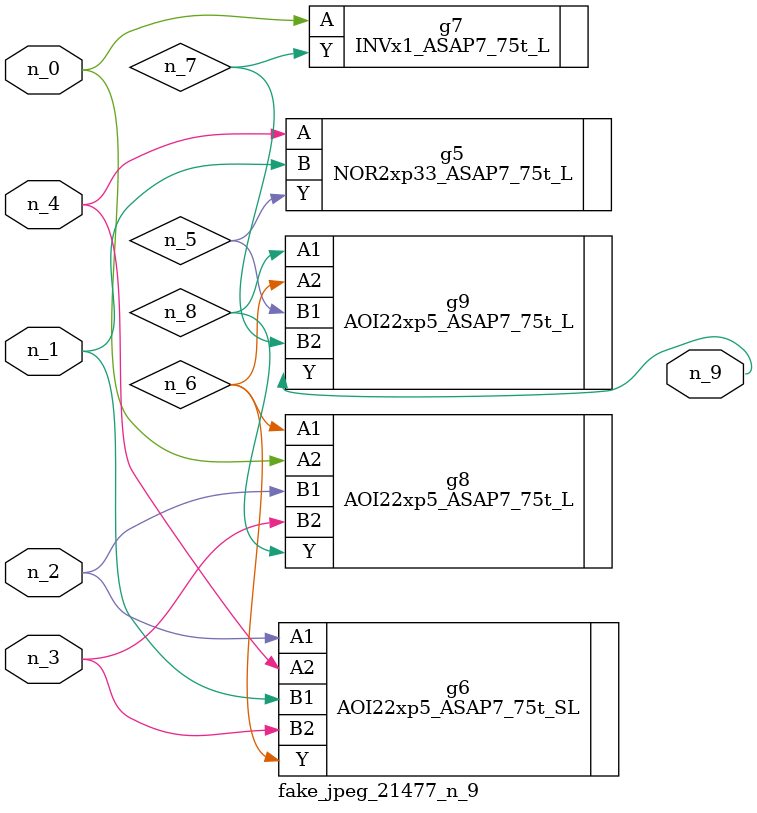
<source format=v>
module fake_jpeg_21477_n_9 (n_3, n_2, n_1, n_0, n_4, n_9);

input n_3;
input n_2;
input n_1;
input n_0;
input n_4;

output n_9;

wire n_8;
wire n_6;
wire n_5;
wire n_7;

NOR2xp33_ASAP7_75t_L g5 ( 
.A(n_4),
.B(n_1),
.Y(n_5)
);

AOI22xp5_ASAP7_75t_SL g6 ( 
.A1(n_2),
.A2(n_4),
.B1(n_1),
.B2(n_3),
.Y(n_6)
);

INVx1_ASAP7_75t_L g7 ( 
.A(n_0),
.Y(n_7)
);

AOI22xp5_ASAP7_75t_L g8 ( 
.A1(n_6),
.A2(n_0),
.B1(n_2),
.B2(n_3),
.Y(n_8)
);

AOI22xp5_ASAP7_75t_L g9 ( 
.A1(n_8),
.A2(n_6),
.B1(n_5),
.B2(n_7),
.Y(n_9)
);


endmodule
</source>
